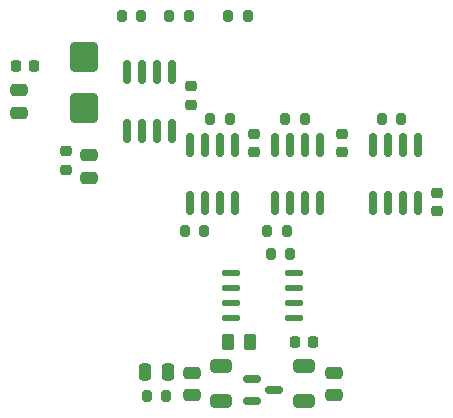
<source format=gbr>
%TF.GenerationSoftware,KiCad,Pcbnew,9.0.7-1.fc43*%
%TF.CreationDate,2026-02-06T20:22:45-08:00*%
%TF.ProjectId,inverter_board,696e7665-7274-4657-925f-626f6172642e,A0*%
%TF.SameCoordinates,PX81390e0PY9540020*%
%TF.FileFunction,Paste,Top*%
%TF.FilePolarity,Positive*%
%FSLAX46Y46*%
G04 Gerber Fmt 4.6, Leading zero omitted, Abs format (unit mm)*
G04 Created by KiCad (PCBNEW 9.0.7-1.fc43) date 2026-02-06 20:22:45*
%MOMM*%
%LPD*%
G01*
G04 APERTURE LIST*
G04 Aperture macros list*
%AMRoundRect*
0 Rectangle with rounded corners*
0 $1 Rounding radius*
0 $2 $3 $4 $5 $6 $7 $8 $9 X,Y pos of 4 corners*
0 Add a 4 corners polygon primitive as box body*
4,1,4,$2,$3,$4,$5,$6,$7,$8,$9,$2,$3,0*
0 Add four circle primitives for the rounded corners*
1,1,$1+$1,$2,$3*
1,1,$1+$1,$4,$5*
1,1,$1+$1,$6,$7*
1,1,$1+$1,$8,$9*
0 Add four rect primitives between the rounded corners*
20,1,$1+$1,$2,$3,$4,$5,0*
20,1,$1+$1,$4,$5,$6,$7,0*
20,1,$1+$1,$6,$7,$8,$9,0*
20,1,$1+$1,$8,$9,$2,$3,0*%
G04 Aperture macros list end*
%ADD10RoundRect,0.225000X0.225000X0.250000X-0.225000X0.250000X-0.225000X-0.250000X0.225000X-0.250000X0*%
%ADD11RoundRect,0.250000X-0.900000X1.000000X-0.900000X-1.000000X0.900000X-1.000000X0.900000X1.000000X0*%
%ADD12RoundRect,0.250000X0.650000X-0.325000X0.650000X0.325000X-0.650000X0.325000X-0.650000X-0.325000X0*%
%ADD13RoundRect,0.250000X-0.262500X-0.450000X0.262500X-0.450000X0.262500X0.450000X-0.262500X0.450000X0*%
%ADD14RoundRect,0.200000X-0.200000X-0.275000X0.200000X-0.275000X0.200000X0.275000X-0.200000X0.275000X0*%
%ADD15RoundRect,0.225000X-0.250000X0.225000X-0.250000X-0.225000X0.250000X-0.225000X0.250000X0.225000X0*%
%ADD16RoundRect,0.225000X0.250000X-0.225000X0.250000X0.225000X-0.250000X0.225000X-0.250000X-0.225000X0*%
%ADD17RoundRect,0.250000X-0.475000X0.250000X-0.475000X-0.250000X0.475000X-0.250000X0.475000X0.250000X0*%
%ADD18RoundRect,0.200000X0.200000X0.275000X-0.200000X0.275000X-0.200000X-0.275000X0.200000X-0.275000X0*%
%ADD19RoundRect,0.250000X-0.250000X-0.475000X0.250000X-0.475000X0.250000X0.475000X-0.250000X0.475000X0*%
%ADD20RoundRect,0.150000X0.150000X-0.825000X0.150000X0.825000X-0.150000X0.825000X-0.150000X-0.825000X0*%
%ADD21RoundRect,0.150000X-0.150000X0.825000X-0.150000X-0.825000X0.150000X-0.825000X0.150000X0.825000X0*%
%ADD22RoundRect,0.137500X0.612500X0.137500X-0.612500X0.137500X-0.612500X-0.137500X0.612500X-0.137500X0*%
%ADD23RoundRect,0.150000X-0.587500X-0.150000X0.587500X-0.150000X0.587500X0.150000X-0.587500X0.150000X0*%
%ADD24RoundRect,0.250000X0.475000X-0.250000X0.475000X0.250000X-0.475000X0.250000X-0.475000X-0.250000X0*%
G04 APERTURE END LIST*
D10*
%TO.C,C2*%
X-38826000Y29500000D03*
X-40376000Y29500000D03*
%TD*%
D11*
%TO.C,D2*%
X-34601000Y30256000D03*
X-34601000Y25956000D03*
%TD*%
D12*
%TO.C,C9*%
X-16000000Y1120000D03*
X-16000000Y4070000D03*
%TD*%
D13*
%TO.C,J4*%
X-22412500Y6095000D03*
X-20587500Y6095000D03*
%TD*%
D14*
%TO.C,R5*%
X-26101000Y15500000D03*
X-24451000Y15500000D03*
%TD*%
D15*
%TO.C,C1*%
X-36188500Y22275000D03*
X-36188500Y20725000D03*
%TD*%
D16*
%TO.C,C7*%
X-25601000Y26225000D03*
X-25601000Y27775000D03*
%TD*%
D17*
%TO.C,C3*%
X-40101000Y27450000D03*
X-40101000Y25550000D03*
%TD*%
D18*
%TO.C,R6*%
X-17175000Y13595000D03*
X-18825000Y13595000D03*
%TD*%
D19*
%TO.C,C14*%
X-29450000Y3595000D03*
X-27550000Y3595000D03*
%TD*%
D14*
%TO.C,R4*%
X-23926000Y25000000D03*
X-22276000Y25000000D03*
%TD*%
%TO.C,R8*%
X-27426000Y33775000D03*
X-25776000Y33775000D03*
%TD*%
%TO.C,R7*%
X-31426000Y33775000D03*
X-29776000Y33775000D03*
%TD*%
D10*
%TO.C,C13*%
X-15225000Y6095000D03*
X-16775000Y6095000D03*
%TD*%
D20*
%TO.C,U3*%
X-18481000Y17905000D03*
X-17211000Y17905000D03*
X-15941000Y17905000D03*
X-14671000Y17905000D03*
X-14671000Y22855000D03*
X-15941000Y22855000D03*
X-17211000Y22855000D03*
X-18481000Y22855000D03*
%TD*%
D16*
%TO.C,C5*%
X-20276000Y22225000D03*
X-20276000Y23775000D03*
%TD*%
D14*
%TO.C,R2*%
X-17601000Y25000000D03*
X-15951000Y25000000D03*
%TD*%
D21*
%TO.C,U4*%
X-6371000Y22855000D03*
X-7641000Y22855000D03*
X-8911000Y22855000D03*
X-10181000Y22855000D03*
X-10181000Y17905000D03*
X-8911000Y17905000D03*
X-7641000Y17905000D03*
X-6371000Y17905000D03*
%TD*%
D14*
%TO.C,R10*%
X-29325000Y1595000D03*
X-27675000Y1595000D03*
%TD*%
D17*
%TO.C,C8*%
X-34188500Y21950000D03*
X-34188500Y20050000D03*
%TD*%
D16*
%TO.C,C4*%
X-4776000Y17224000D03*
X-4776000Y18774000D03*
%TD*%
D14*
%TO.C,R3*%
X-19101000Y15500000D03*
X-17451000Y15500000D03*
%TD*%
%TO.C,R9*%
X-22426000Y33775000D03*
X-20776000Y33775000D03*
%TD*%
D20*
%TO.C,U5*%
X-31006000Y24025000D03*
X-29736000Y24025000D03*
X-28466000Y24025000D03*
X-27196000Y24025000D03*
X-27196000Y28975000D03*
X-28466000Y28975000D03*
X-29736000Y28975000D03*
X-31006000Y28975000D03*
%TD*%
D22*
%TO.C,U1*%
X-16850000Y8190000D03*
X-16850000Y9460000D03*
X-16850000Y10730000D03*
X-16850000Y12000000D03*
X-22150000Y12000000D03*
X-22150000Y10730000D03*
X-22150000Y9460000D03*
X-22150000Y8190000D03*
%TD*%
D20*
%TO.C,U2*%
X-25636000Y17905000D03*
X-24366000Y17905000D03*
X-23096000Y17905000D03*
X-21826000Y17905000D03*
X-21826000Y22855000D03*
X-23096000Y22855000D03*
X-24366000Y22855000D03*
X-25636000Y22855000D03*
%TD*%
D16*
%TO.C,C6*%
X-12776000Y22225000D03*
X-12776000Y23775000D03*
%TD*%
D12*
%TO.C,C12*%
X-23000000Y1120000D03*
X-23000000Y4070000D03*
%TD*%
D23*
%TO.C,U6*%
X-20437500Y3045000D03*
X-20437500Y1145000D03*
X-18562500Y2095000D03*
%TD*%
D24*
%TO.C,C10*%
X-13500000Y1645000D03*
X-13500000Y3545000D03*
%TD*%
%TO.C,C11*%
X-25500000Y1645000D03*
X-25500000Y3545000D03*
%TD*%
D14*
%TO.C,R1*%
X-9426000Y25000000D03*
X-7776000Y25000000D03*
%TD*%
M02*

</source>
